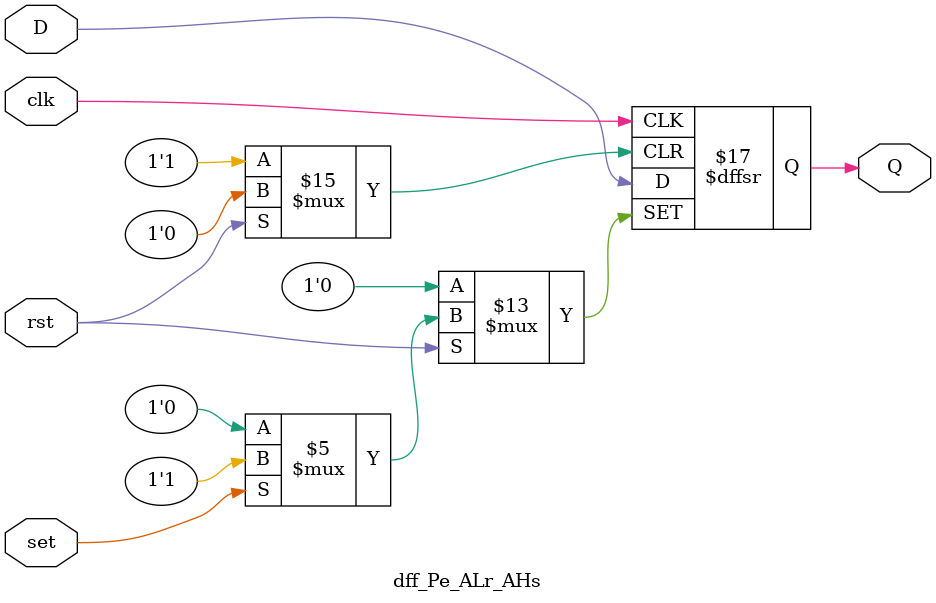
<source format=v>
module dff_Pe_ALr_AHs (Q,D,clk,rst,set);

input D, clk, rst, set;
output Q;

always @(posedge clk, negedge rst, posedge set)
    if(!rst)
            Q <= 1'b0;
    else if(set)
            Q <= 1'b1;
    else
            Q <= D;

endmodule
</source>
